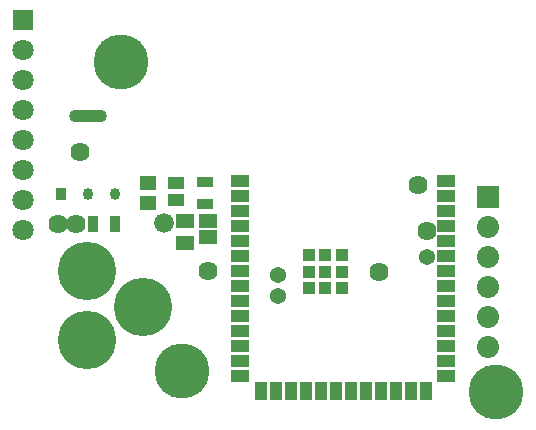
<source format=gts>
G04*
G04 #@! TF.GenerationSoftware,Altium Limited,Altium Designer,23.4.1 (23)*
G04*
G04 Layer_Color=8388736*
%FSLAX44Y44*%
%MOMM*%
G71*
G04*
G04 #@! TF.SameCoordinates,5B4701A4-F384-41A6-9C88-78B9FC1DD21D*
G04*
G04*
G04 #@! TF.FilePolarity,Negative*
G04*
G01*
G75*
G04:AMPARAMS|DCode=17|XSize=1.0043mm|YSize=3.1821mm|CornerRadius=0.4369mm|HoleSize=0mm|Usage=FLASHONLY|Rotation=90.000|XOffset=0mm|YOffset=0mm|HoleType=Round|Shape=RoundedRectangle|*
%AMROUNDEDRECTD17*
21,1,1.0043,2.3084,0,0,90.0*
21,1,0.1306,3.1821,0,0,90.0*
1,1,0.8737,1.1542,0.0653*
1,1,0.8737,1.1542,-0.0653*
1,1,0.8737,-1.1542,-0.0653*
1,1,0.8737,-1.1542,0.0653*
%
%ADD17ROUNDEDRECTD17*%
G04:AMPARAMS|DCode=18|XSize=1.0043mm|YSize=0.8721mm|CornerRadius=0.4361mm|HoleSize=0mm|Usage=FLASHONLY|Rotation=90.000|XOffset=0mm|YOffset=0mm|HoleType=Round|Shape=RoundedRectangle|*
%AMROUNDEDRECTD18*
21,1,1.0043,0.0000,0,0,90.0*
21,1,0.1322,0.8721,0,0,90.0*
1,1,0.8721,0.0000,0.0661*
1,1,0.8721,0.0000,-0.0661*
1,1,0.8721,0.0000,-0.0661*
1,1,0.8721,0.0000,0.0661*
%
%ADD18ROUNDEDRECTD18*%
%ADD19R,0.8721X1.0043*%
%ADD20R,1.4562X1.2546*%
%ADD21R,0.9500X1.4000*%
%ADD22R,1.4000X0.9500*%
%ADD23R,1.3562X1.0546*%
%ADD26R,1.0500X1.6500*%
%ADD27R,1.6500X1.0500*%
%ADD28R,1.0500X1.0500*%
%ADD29R,1.5500X1.1500*%
%ADD30R,1.5000X1.2500*%
%ADD31C,4.6500*%
%ADD32R,1.8750X1.8750*%
%ADD33C,1.8750*%
%ADD34C,4.9500*%
%ADD35C,1.6740*%
%ADD36R,1.8000X1.8000*%
%ADD37C,1.8000*%
%ADD38C,1.6232*%
%ADD39C,1.3692*%
D17*
X673127Y505307D02*
D03*
D18*
X696027Y439407D02*
D03*
X673127D02*
D03*
D19*
X650227D02*
D03*
D20*
X723900Y448948D02*
D03*
Y432432D02*
D03*
D21*
X677820Y414020D02*
D03*
X696320D02*
D03*
D22*
X772160Y449940D02*
D03*
Y431440D02*
D03*
D23*
X748030Y449218D02*
D03*
Y434702D02*
D03*
D26*
X870080Y273250D02*
D03*
X882780D02*
D03*
X895480D02*
D03*
X908180D02*
D03*
X819280D02*
D03*
X831980D02*
D03*
X844680D02*
D03*
X857380D02*
D03*
X920880D02*
D03*
X933580D02*
D03*
X946280D02*
D03*
X958980D02*
D03*
D27*
X801630Y412750D02*
D03*
X976630Y425450D02*
D03*
X801630Y450850D02*
D03*
Y438150D02*
D03*
Y425450D02*
D03*
Y400050D02*
D03*
Y387350D02*
D03*
Y374650D02*
D03*
Y361950D02*
D03*
Y349250D02*
D03*
Y336550D02*
D03*
Y323850D02*
D03*
Y311150D02*
D03*
Y298450D02*
D03*
Y285750D02*
D03*
X976630D02*
D03*
Y298450D02*
D03*
Y311150D02*
D03*
Y323850D02*
D03*
Y336550D02*
D03*
Y349250D02*
D03*
Y361950D02*
D03*
Y374650D02*
D03*
Y387350D02*
D03*
Y400050D02*
D03*
Y412750D02*
D03*
Y438150D02*
D03*
Y450850D02*
D03*
D28*
X874130Y373650D02*
D03*
Y387650D02*
D03*
X860130D02*
D03*
Y373650D02*
D03*
Y359650D02*
D03*
X874130D02*
D03*
X888130D02*
D03*
Y373650D02*
D03*
Y387650D02*
D03*
D29*
X755650Y398170D02*
D03*
Y417170D02*
D03*
D30*
X774700Y417210D02*
D03*
Y403210D02*
D03*
D31*
X1018540Y271780D02*
D03*
X701040Y551180D02*
D03*
X753110Y289560D02*
D03*
D32*
X1012190Y436880D02*
D03*
D33*
Y411480D02*
D03*
Y386080D02*
D03*
Y360680D02*
D03*
Y335280D02*
D03*
Y309880D02*
D03*
D34*
X720090Y344170D02*
D03*
X672090Y316170D02*
D03*
Y374170D02*
D03*
D35*
X737870Y415290D02*
D03*
D36*
X618490Y586740D02*
D03*
D37*
Y561340D02*
D03*
Y535940D02*
D03*
Y510540D02*
D03*
Y485140D02*
D03*
Y459740D02*
D03*
Y434340D02*
D03*
Y408940D02*
D03*
D38*
X647700Y414020D02*
D03*
X960494Y408531D02*
D03*
X952500Y447040D02*
D03*
X662940Y414020D02*
D03*
X666750Y474980D02*
D03*
X774700Y374650D02*
D03*
X919480Y373380D02*
D03*
D39*
X960120Y386080D02*
D03*
X834390Y353060D02*
D03*
Y370840D02*
D03*
M02*

</source>
